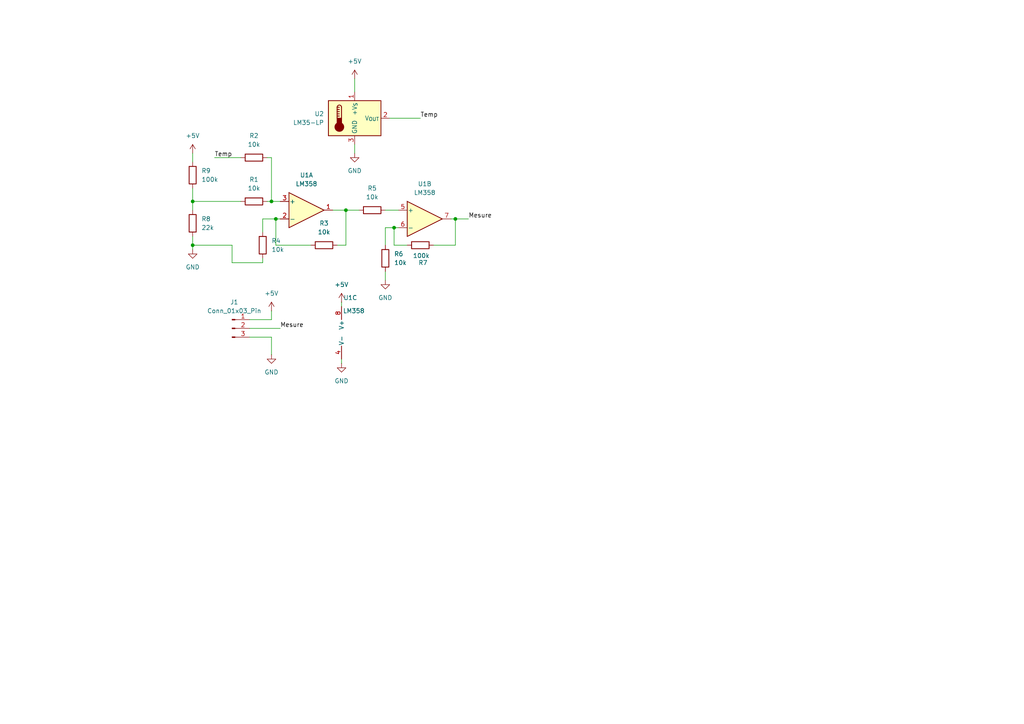
<source format=kicad_sch>
(kicad_sch
	(version 20231120)
	(generator "eeschema")
	(generator_version "8.0")
	(uuid "03cbccdc-f6c5-40f5-b0a0-bcde6449acf8")
	(paper "A4")
	(lib_symbols
		(symbol "Amplifier_Operational:LM358"
			(pin_names
				(offset 0.127)
			)
			(exclude_from_sim no)
			(in_bom yes)
			(on_board yes)
			(property "Reference" "U"
				(at 0 5.08 0)
				(effects
					(font
						(size 1.27 1.27)
					)
					(justify left)
				)
			)
			(property "Value" "LM358"
				(at 0 -5.08 0)
				(effects
					(font
						(size 1.27 1.27)
					)
					(justify left)
				)
			)
			(property "Footprint" ""
				(at 0 0 0)
				(effects
					(font
						(size 1.27 1.27)
					)
					(hide yes)
				)
			)
			(property "Datasheet" "http://www.ti.com/lit/ds/symlink/lm2904-n.pdf"
				(at 0 0 0)
				(effects
					(font
						(size 1.27 1.27)
					)
					(hide yes)
				)
			)
			(property "Description" "Low-Power, Dual Operational Amplifiers, DIP-8/SOIC-8/TO-99-8"
				(at 0 0 0)
				(effects
					(font
						(size 1.27 1.27)
					)
					(hide yes)
				)
			)
			(property "ki_locked" ""
				(at 0 0 0)
				(effects
					(font
						(size 1.27 1.27)
					)
				)
			)
			(property "ki_keywords" "dual opamp"
				(at 0 0 0)
				(effects
					(font
						(size 1.27 1.27)
					)
					(hide yes)
				)
			)
			(property "ki_fp_filters" "SOIC*3.9x4.9mm*P1.27mm* DIP*W7.62mm* TO*99* OnSemi*Micro8* TSSOP*3x3mm*P0.65mm* TSSOP*4.4x3mm*P0.65mm* MSOP*3x3mm*P0.65mm* SSOP*3.9x4.9mm*P0.635mm* LFCSP*2x2mm*P0.5mm* *SIP* SOIC*5.3x6.2mm*P1.27mm*"
				(at 0 0 0)
				(effects
					(font
						(size 1.27 1.27)
					)
					(hide yes)
				)
			)
			(symbol "LM358_1_1"
				(polyline
					(pts
						(xy -5.08 5.08) (xy 5.08 0) (xy -5.08 -5.08) (xy -5.08 5.08)
					)
					(stroke
						(width 0.254)
						(type default)
					)
					(fill
						(type background)
					)
				)
				(pin output line
					(at 7.62 0 180)
					(length 2.54)
					(name "~"
						(effects
							(font
								(size 1.27 1.27)
							)
						)
					)
					(number "1"
						(effects
							(font
								(size 1.27 1.27)
							)
						)
					)
				)
				(pin input line
					(at -7.62 -2.54 0)
					(length 2.54)
					(name "-"
						(effects
							(font
								(size 1.27 1.27)
							)
						)
					)
					(number "2"
						(effects
							(font
								(size 1.27 1.27)
							)
						)
					)
				)
				(pin input line
					(at -7.62 2.54 0)
					(length 2.54)
					(name "+"
						(effects
							(font
								(size 1.27 1.27)
							)
						)
					)
					(number "3"
						(effects
							(font
								(size 1.27 1.27)
							)
						)
					)
				)
			)
			(symbol "LM358_2_1"
				(polyline
					(pts
						(xy -5.08 5.08) (xy 5.08 0) (xy -5.08 -5.08) (xy -5.08 5.08)
					)
					(stroke
						(width 0.254)
						(type default)
					)
					(fill
						(type background)
					)
				)
				(pin input line
					(at -7.62 2.54 0)
					(length 2.54)
					(name "+"
						(effects
							(font
								(size 1.27 1.27)
							)
						)
					)
					(number "5"
						(effects
							(font
								(size 1.27 1.27)
							)
						)
					)
				)
				(pin input line
					(at -7.62 -2.54 0)
					(length 2.54)
					(name "-"
						(effects
							(font
								(size 1.27 1.27)
							)
						)
					)
					(number "6"
						(effects
							(font
								(size 1.27 1.27)
							)
						)
					)
				)
				(pin output line
					(at 7.62 0 180)
					(length 2.54)
					(name "~"
						(effects
							(font
								(size 1.27 1.27)
							)
						)
					)
					(number "7"
						(effects
							(font
								(size 1.27 1.27)
							)
						)
					)
				)
			)
			(symbol "LM358_3_1"
				(pin power_in line
					(at -2.54 -7.62 90)
					(length 3.81)
					(name "V-"
						(effects
							(font
								(size 1.27 1.27)
							)
						)
					)
					(number "4"
						(effects
							(font
								(size 1.27 1.27)
							)
						)
					)
				)
				(pin power_in line
					(at -2.54 7.62 270)
					(length 3.81)
					(name "V+"
						(effects
							(font
								(size 1.27 1.27)
							)
						)
					)
					(number "8"
						(effects
							(font
								(size 1.27 1.27)
							)
						)
					)
				)
			)
		)
		(symbol "Connector:Conn_01x03_Pin"
			(pin_names
				(offset 1.016) hide)
			(exclude_from_sim no)
			(in_bom yes)
			(on_board yes)
			(property "Reference" "J"
				(at 0 5.08 0)
				(effects
					(font
						(size 1.27 1.27)
					)
				)
			)
			(property "Value" "Conn_01x03_Pin"
				(at 0 -5.08 0)
				(effects
					(font
						(size 1.27 1.27)
					)
				)
			)
			(property "Footprint" ""
				(at 0 0 0)
				(effects
					(font
						(size 1.27 1.27)
					)
					(hide yes)
				)
			)
			(property "Datasheet" "~"
				(at 0 0 0)
				(effects
					(font
						(size 1.27 1.27)
					)
					(hide yes)
				)
			)
			(property "Description" "Generic connector, single row, 01x03, script generated"
				(at 0 0 0)
				(effects
					(font
						(size 1.27 1.27)
					)
					(hide yes)
				)
			)
			(property "ki_locked" ""
				(at 0 0 0)
				(effects
					(font
						(size 1.27 1.27)
					)
				)
			)
			(property "ki_keywords" "connector"
				(at 0 0 0)
				(effects
					(font
						(size 1.27 1.27)
					)
					(hide yes)
				)
			)
			(property "ki_fp_filters" "Connector*:*_1x??_*"
				(at 0 0 0)
				(effects
					(font
						(size 1.27 1.27)
					)
					(hide yes)
				)
			)
			(symbol "Conn_01x03_Pin_1_1"
				(polyline
					(pts
						(xy 1.27 -2.54) (xy 0.8636 -2.54)
					)
					(stroke
						(width 0.1524)
						(type default)
					)
					(fill
						(type none)
					)
				)
				(polyline
					(pts
						(xy 1.27 0) (xy 0.8636 0)
					)
					(stroke
						(width 0.1524)
						(type default)
					)
					(fill
						(type none)
					)
				)
				(polyline
					(pts
						(xy 1.27 2.54) (xy 0.8636 2.54)
					)
					(stroke
						(width 0.1524)
						(type default)
					)
					(fill
						(type none)
					)
				)
				(rectangle
					(start 0.8636 -2.413)
					(end 0 -2.667)
					(stroke
						(width 0.1524)
						(type default)
					)
					(fill
						(type outline)
					)
				)
				(rectangle
					(start 0.8636 0.127)
					(end 0 -0.127)
					(stroke
						(width 0.1524)
						(type default)
					)
					(fill
						(type outline)
					)
				)
				(rectangle
					(start 0.8636 2.667)
					(end 0 2.413)
					(stroke
						(width 0.1524)
						(type default)
					)
					(fill
						(type outline)
					)
				)
				(pin passive line
					(at 5.08 2.54 180)
					(length 3.81)
					(name "Pin_1"
						(effects
							(font
								(size 1.27 1.27)
							)
						)
					)
					(number "1"
						(effects
							(font
								(size 1.27 1.27)
							)
						)
					)
				)
				(pin passive line
					(at 5.08 0 180)
					(length 3.81)
					(name "Pin_2"
						(effects
							(font
								(size 1.27 1.27)
							)
						)
					)
					(number "2"
						(effects
							(font
								(size 1.27 1.27)
							)
						)
					)
				)
				(pin passive line
					(at 5.08 -2.54 180)
					(length 3.81)
					(name "Pin_3"
						(effects
							(font
								(size 1.27 1.27)
							)
						)
					)
					(number "3"
						(effects
							(font
								(size 1.27 1.27)
							)
						)
					)
				)
			)
		)
		(symbol "Device:R"
			(pin_numbers hide)
			(pin_names
				(offset 0)
			)
			(exclude_from_sim no)
			(in_bom yes)
			(on_board yes)
			(property "Reference" "R"
				(at 2.032 0 90)
				(effects
					(font
						(size 1.27 1.27)
					)
				)
			)
			(property "Value" "R"
				(at 0 0 90)
				(effects
					(font
						(size 1.27 1.27)
					)
				)
			)
			(property "Footprint" ""
				(at -1.778 0 90)
				(effects
					(font
						(size 1.27 1.27)
					)
					(hide yes)
				)
			)
			(property "Datasheet" "~"
				(at 0 0 0)
				(effects
					(font
						(size 1.27 1.27)
					)
					(hide yes)
				)
			)
			(property "Description" "Resistor"
				(at 0 0 0)
				(effects
					(font
						(size 1.27 1.27)
					)
					(hide yes)
				)
			)
			(property "ki_keywords" "R res resistor"
				(at 0 0 0)
				(effects
					(font
						(size 1.27 1.27)
					)
					(hide yes)
				)
			)
			(property "ki_fp_filters" "R_*"
				(at 0 0 0)
				(effects
					(font
						(size 1.27 1.27)
					)
					(hide yes)
				)
			)
			(symbol "R_0_1"
				(rectangle
					(start -1.016 -2.54)
					(end 1.016 2.54)
					(stroke
						(width 0.254)
						(type default)
					)
					(fill
						(type none)
					)
				)
			)
			(symbol "R_1_1"
				(pin passive line
					(at 0 3.81 270)
					(length 1.27)
					(name "~"
						(effects
							(font
								(size 1.27 1.27)
							)
						)
					)
					(number "1"
						(effects
							(font
								(size 1.27 1.27)
							)
						)
					)
				)
				(pin passive line
					(at 0 -3.81 90)
					(length 1.27)
					(name "~"
						(effects
							(font
								(size 1.27 1.27)
							)
						)
					)
					(number "2"
						(effects
							(font
								(size 1.27 1.27)
							)
						)
					)
				)
			)
		)
		(symbol "Sensor_Temperature:LM35-LP"
			(exclude_from_sim no)
			(in_bom yes)
			(on_board yes)
			(property "Reference" "U"
				(at -6.35 6.35 0)
				(effects
					(font
						(size 1.27 1.27)
					)
				)
			)
			(property "Value" "LM35-LP"
				(at 1.27 6.35 0)
				(effects
					(font
						(size 1.27 1.27)
					)
					(justify left)
				)
			)
			(property "Footprint" "Package_TO_SOT_THT:TO-92_Inline"
				(at 1.27 -6.35 0)
				(effects
					(font
						(size 1.27 1.27)
					)
					(justify left)
					(hide yes)
				)
			)
			(property "Datasheet" "http://www.ti.com/lit/ds/symlink/lm35.pdf"
				(at 0 0 0)
				(effects
					(font
						(size 1.27 1.27)
					)
					(hide yes)
				)
			)
			(property "Description" "Precision centigrade temperature sensor, TO-92"
				(at 0 0 0)
				(effects
					(font
						(size 1.27 1.27)
					)
					(hide yes)
				)
			)
			(property "ki_keywords" "temperature sensor thermistor"
				(at 0 0 0)
				(effects
					(font
						(size 1.27 1.27)
					)
					(hide yes)
				)
			)
			(property "ki_fp_filters" "TO?92*"
				(at 0 0 0)
				(effects
					(font
						(size 1.27 1.27)
					)
					(hide yes)
				)
			)
			(symbol "LM35-LP_0_1"
				(rectangle
					(start -7.62 5.08)
					(end 7.62 -5.08)
					(stroke
						(width 0.254)
						(type default)
					)
					(fill
						(type background)
					)
				)
				(circle
					(center -4.445 -2.54)
					(radius 1.27)
					(stroke
						(width 0.254)
						(type default)
					)
					(fill
						(type outline)
					)
				)
				(rectangle
					(start -3.81 -1.905)
					(end -5.08 0)
					(stroke
						(width 0.254)
						(type default)
					)
					(fill
						(type outline)
					)
				)
				(arc
					(start -3.81 3.175)
					(mid -4.445 3.8073)
					(end -5.08 3.175)
					(stroke
						(width 0.254)
						(type default)
					)
					(fill
						(type none)
					)
				)
				(polyline
					(pts
						(xy -5.08 0.635) (xy -4.445 0.635)
					)
					(stroke
						(width 0.254)
						(type default)
					)
					(fill
						(type none)
					)
				)
				(polyline
					(pts
						(xy -5.08 1.27) (xy -4.445 1.27)
					)
					(stroke
						(width 0.254)
						(type default)
					)
					(fill
						(type none)
					)
				)
				(polyline
					(pts
						(xy -5.08 1.905) (xy -4.445 1.905)
					)
					(stroke
						(width 0.254)
						(type default)
					)
					(fill
						(type none)
					)
				)
				(polyline
					(pts
						(xy -5.08 2.54) (xy -4.445 2.54)
					)
					(stroke
						(width 0.254)
						(type default)
					)
					(fill
						(type none)
					)
				)
				(polyline
					(pts
						(xy -5.08 3.175) (xy -5.08 0)
					)
					(stroke
						(width 0.254)
						(type default)
					)
					(fill
						(type none)
					)
				)
				(polyline
					(pts
						(xy -5.08 3.175) (xy -4.445 3.175)
					)
					(stroke
						(width 0.254)
						(type default)
					)
					(fill
						(type none)
					)
				)
				(polyline
					(pts
						(xy -3.81 3.175) (xy -3.81 0)
					)
					(stroke
						(width 0.254)
						(type default)
					)
					(fill
						(type none)
					)
				)
			)
			(symbol "LM35-LP_1_1"
				(pin power_in line
					(at 0 7.62 270)
					(length 2.54)
					(name "+V_{S}"
						(effects
							(font
								(size 1.27 1.27)
							)
						)
					)
					(number "1"
						(effects
							(font
								(size 1.27 1.27)
							)
						)
					)
				)
				(pin output line
					(at 10.16 0 180)
					(length 2.54)
					(name "V_{OUT}"
						(effects
							(font
								(size 1.27 1.27)
							)
						)
					)
					(number "2"
						(effects
							(font
								(size 1.27 1.27)
							)
						)
					)
				)
				(pin power_in line
					(at 0 -7.62 90)
					(length 2.54)
					(name "GND"
						(effects
							(font
								(size 1.27 1.27)
							)
						)
					)
					(number "3"
						(effects
							(font
								(size 1.27 1.27)
							)
						)
					)
				)
			)
		)
		(symbol "power:+5V"
			(power)
			(pin_numbers hide)
			(pin_names
				(offset 0) hide)
			(exclude_from_sim no)
			(in_bom yes)
			(on_board yes)
			(property "Reference" "#PWR"
				(at 0 -3.81 0)
				(effects
					(font
						(size 1.27 1.27)
					)
					(hide yes)
				)
			)
			(property "Value" "+5V"
				(at 0 3.556 0)
				(effects
					(font
						(size 1.27 1.27)
					)
				)
			)
			(property "Footprint" ""
				(at 0 0 0)
				(effects
					(font
						(size 1.27 1.27)
					)
					(hide yes)
				)
			)
			(property "Datasheet" ""
				(at 0 0 0)
				(effects
					(font
						(size 1.27 1.27)
					)
					(hide yes)
				)
			)
			(property "Description" "Power symbol creates a global label with name \"+5V\""
				(at 0 0 0)
				(effects
					(font
						(size 1.27 1.27)
					)
					(hide yes)
				)
			)
			(property "ki_keywords" "global power"
				(at 0 0 0)
				(effects
					(font
						(size 1.27 1.27)
					)
					(hide yes)
				)
			)
			(symbol "+5V_0_1"
				(polyline
					(pts
						(xy -0.762 1.27) (xy 0 2.54)
					)
					(stroke
						(width 0)
						(type default)
					)
					(fill
						(type none)
					)
				)
				(polyline
					(pts
						(xy 0 0) (xy 0 2.54)
					)
					(stroke
						(width 0)
						(type default)
					)
					(fill
						(type none)
					)
				)
				(polyline
					(pts
						(xy 0 2.54) (xy 0.762 1.27)
					)
					(stroke
						(width 0)
						(type default)
					)
					(fill
						(type none)
					)
				)
			)
			(symbol "+5V_1_1"
				(pin power_in line
					(at 0 0 90)
					(length 0)
					(name "~"
						(effects
							(font
								(size 1.27 1.27)
							)
						)
					)
					(number "1"
						(effects
							(font
								(size 1.27 1.27)
							)
						)
					)
				)
			)
		)
		(symbol "power:GND"
			(power)
			(pin_numbers hide)
			(pin_names
				(offset 0) hide)
			(exclude_from_sim no)
			(in_bom yes)
			(on_board yes)
			(property "Reference" "#PWR"
				(at 0 -6.35 0)
				(effects
					(font
						(size 1.27 1.27)
					)
					(hide yes)
				)
			)
			(property "Value" "GND"
				(at 0 -3.81 0)
				(effects
					(font
						(size 1.27 1.27)
					)
				)
			)
			(property "Footprint" ""
				(at 0 0 0)
				(effects
					(font
						(size 1.27 1.27)
					)
					(hide yes)
				)
			)
			(property "Datasheet" ""
				(at 0 0 0)
				(effects
					(font
						(size 1.27 1.27)
					)
					(hide yes)
				)
			)
			(property "Description" "Power symbol creates a global label with name \"GND\" , ground"
				(at 0 0 0)
				(effects
					(font
						(size 1.27 1.27)
					)
					(hide yes)
				)
			)
			(property "ki_keywords" "global power"
				(at 0 0 0)
				(effects
					(font
						(size 1.27 1.27)
					)
					(hide yes)
				)
			)
			(symbol "GND_0_1"
				(polyline
					(pts
						(xy 0 0) (xy 0 -1.27) (xy 1.27 -1.27) (xy 0 -2.54) (xy -1.27 -1.27) (xy 0 -1.27)
					)
					(stroke
						(width 0)
						(type default)
					)
					(fill
						(type none)
					)
				)
			)
			(symbol "GND_1_1"
				(pin power_in line
					(at 0 0 270)
					(length 0)
					(name "~"
						(effects
							(font
								(size 1.27 1.27)
							)
						)
					)
					(number "1"
						(effects
							(font
								(size 1.27 1.27)
							)
						)
					)
				)
			)
		)
	)
	(junction
		(at 78.74 58.42)
		(diameter 0)
		(color 0 0 0 0)
		(uuid "1e28275f-d401-4dab-a75a-ca9672ac4d66")
	)
	(junction
		(at 80.01 63.5)
		(diameter 0)
		(color 0 0 0 0)
		(uuid "2562635c-69b7-4b47-b193-aa8dcdd69142")
	)
	(junction
		(at 55.88 58.42)
		(diameter 0)
		(color 0 0 0 0)
		(uuid "450b2436-1f4d-4d6f-83f0-11ff7da0e4b3")
	)
	(junction
		(at 55.88 71.12)
		(diameter 0)
		(color 0 0 0 0)
		(uuid "48fe6f10-927f-424b-b9f5-11576ddd368d")
	)
	(junction
		(at 100.33 60.96)
		(diameter 0)
		(color 0 0 0 0)
		(uuid "7dd57195-9fb3-49cf-931f-9cc4fe09d1d0")
	)
	(junction
		(at 114.3 66.04)
		(diameter 0)
		(color 0 0 0 0)
		(uuid "a1be9385-3758-4292-97d8-658dfce90fc6")
	)
	(junction
		(at 132.08 63.5)
		(diameter 0)
		(color 0 0 0 0)
		(uuid "b359356d-8f6d-4a3d-8690-a252e938ed74")
	)
	(wire
		(pts
			(xy 111.76 71.12) (xy 111.76 66.04)
		)
		(stroke
			(width 0)
			(type default)
		)
		(uuid "00697452-b4f9-4f80-926c-849dcac04ee8")
	)
	(wire
		(pts
			(xy 111.76 66.04) (xy 114.3 66.04)
		)
		(stroke
			(width 0)
			(type default)
		)
		(uuid "096b5426-f500-497b-b963-c9c93dd11a99")
	)
	(wire
		(pts
			(xy 114.3 66.04) (xy 115.57 66.04)
		)
		(stroke
			(width 0)
			(type default)
		)
		(uuid "15efb9ec-1ae0-4b6f-a00a-db64b4da4c14")
	)
	(wire
		(pts
			(xy 77.47 58.42) (xy 78.74 58.42)
		)
		(stroke
			(width 0)
			(type default)
		)
		(uuid "1761011f-a7cc-4b11-a94c-fa200efdc2e4")
	)
	(wire
		(pts
			(xy 78.74 58.42) (xy 81.28 58.42)
		)
		(stroke
			(width 0)
			(type default)
		)
		(uuid "17b3fabd-b0eb-4415-adc4-4b0f0bc5b824")
	)
	(wire
		(pts
			(xy 72.39 92.71) (xy 78.74 92.71)
		)
		(stroke
			(width 0)
			(type default)
		)
		(uuid "1d7f013f-394a-4b8e-a58d-92301e03dcdf")
	)
	(wire
		(pts
			(xy 78.74 92.71) (xy 78.74 90.17)
		)
		(stroke
			(width 0)
			(type default)
		)
		(uuid "22e93f84-5077-415d-a37d-e476a6f7f2b4")
	)
	(wire
		(pts
			(xy 55.88 54.61) (xy 55.88 58.42)
		)
		(stroke
			(width 0)
			(type default)
		)
		(uuid "257377fe-2199-4c80-93f8-060f4a6fee10")
	)
	(wire
		(pts
			(xy 76.2 76.2) (xy 76.2 74.93)
		)
		(stroke
			(width 0)
			(type default)
		)
		(uuid "261ea970-86a4-41fb-841a-b045d5df68c9")
	)
	(wire
		(pts
			(xy 76.2 67.31) (xy 76.2 63.5)
		)
		(stroke
			(width 0)
			(type default)
		)
		(uuid "2a8b89cb-287f-4be8-aa8e-8fb9f9e4d130")
	)
	(wire
		(pts
			(xy 80.01 63.5) (xy 81.28 63.5)
		)
		(stroke
			(width 0)
			(type default)
		)
		(uuid "2af370b9-bf6d-4cf1-8b25-2a3e415d3b3d")
	)
	(wire
		(pts
			(xy 102.87 41.91) (xy 102.87 44.45)
		)
		(stroke
			(width 0)
			(type default)
		)
		(uuid "2fe2f937-976a-45c5-8cf4-95a97a254b68")
	)
	(wire
		(pts
			(xy 132.08 71.12) (xy 132.08 63.5)
		)
		(stroke
			(width 0)
			(type default)
		)
		(uuid "34900ca8-58ce-49e3-9f94-94f5ac3304ef")
	)
	(wire
		(pts
			(xy 77.47 45.72) (xy 78.74 45.72)
		)
		(stroke
			(width 0)
			(type default)
		)
		(uuid "34afdd89-88f4-439b-8367-0c987cc032f1")
	)
	(wire
		(pts
			(xy 80.01 71.12) (xy 80.01 63.5)
		)
		(stroke
			(width 0)
			(type default)
		)
		(uuid "403eca06-c02e-4157-9836-4787458eaa6a")
	)
	(wire
		(pts
			(xy 125.73 71.12) (xy 132.08 71.12)
		)
		(stroke
			(width 0)
			(type default)
		)
		(uuid "4373fd61-e7bf-4b53-8446-f07f3ecef641")
	)
	(wire
		(pts
			(xy 130.81 63.5) (xy 132.08 63.5)
		)
		(stroke
			(width 0)
			(type default)
		)
		(uuid "45ff81dc-6a4d-479e-a377-ceebc7d9c3a4")
	)
	(wire
		(pts
			(xy 67.31 71.12) (xy 67.31 76.2)
		)
		(stroke
			(width 0)
			(type default)
		)
		(uuid "4b2e9aad-e353-4706-90fe-0a297f209124")
	)
	(wire
		(pts
			(xy 76.2 63.5) (xy 80.01 63.5)
		)
		(stroke
			(width 0)
			(type default)
		)
		(uuid "6c2482a1-a577-450e-abe5-8a233425098b")
	)
	(wire
		(pts
			(xy 67.31 76.2) (xy 76.2 76.2)
		)
		(stroke
			(width 0)
			(type default)
		)
		(uuid "70dfd6a4-c57a-4a69-8a2b-131c68dacc6c")
	)
	(wire
		(pts
			(xy 72.39 95.25) (xy 81.28 95.25)
		)
		(stroke
			(width 0)
			(type default)
		)
		(uuid "756d63f9-1227-4c68-95db-6b48a56052f4")
	)
	(wire
		(pts
			(xy 62.23 45.72) (xy 69.85 45.72)
		)
		(stroke
			(width 0)
			(type default)
		)
		(uuid "7b4ae13e-494e-435b-8cbe-ea309446ba56")
	)
	(wire
		(pts
			(xy 97.79 71.12) (xy 100.33 71.12)
		)
		(stroke
			(width 0)
			(type default)
		)
		(uuid "7f79a501-a8b0-49a2-9451-532e12cece03")
	)
	(wire
		(pts
			(xy 111.76 78.74) (xy 111.76 81.28)
		)
		(stroke
			(width 0)
			(type default)
		)
		(uuid "7fa64459-da06-492b-8b09-8388932b5ce5")
	)
	(wire
		(pts
			(xy 113.03 34.29) (xy 121.92 34.29)
		)
		(stroke
			(width 0)
			(type default)
		)
		(uuid "8039e410-b24e-4471-ba19-001ec4d04671")
	)
	(wire
		(pts
			(xy 55.88 58.42) (xy 55.88 60.96)
		)
		(stroke
			(width 0)
			(type default)
		)
		(uuid "8a3ef33c-7121-4308-ac11-715cc50c3b97")
	)
	(wire
		(pts
			(xy 132.08 63.5) (xy 135.89 63.5)
		)
		(stroke
			(width 0)
			(type default)
		)
		(uuid "8aef8404-725f-41ae-ac2a-226b4847c0f7")
	)
	(wire
		(pts
			(xy 72.39 97.79) (xy 78.74 97.79)
		)
		(stroke
			(width 0)
			(type default)
		)
		(uuid "8bd5f5e1-7479-4534-8b1e-ecdb3986c07a")
	)
	(wire
		(pts
			(xy 55.88 71.12) (xy 55.88 72.39)
		)
		(stroke
			(width 0)
			(type default)
		)
		(uuid "9646b820-8604-4fa2-8785-9e95b891ce1a")
	)
	(wire
		(pts
			(xy 100.33 71.12) (xy 100.33 60.96)
		)
		(stroke
			(width 0)
			(type default)
		)
		(uuid "9676fa04-2d82-4fba-9737-c69a72139a1a")
	)
	(wire
		(pts
			(xy 96.52 60.96) (xy 100.33 60.96)
		)
		(stroke
			(width 0)
			(type default)
		)
		(uuid "9ea1e554-6c8b-4b3a-8a96-ba4164fb492a")
	)
	(wire
		(pts
			(xy 55.88 68.58) (xy 55.88 71.12)
		)
		(stroke
			(width 0)
			(type default)
		)
		(uuid "9f73cb59-f582-4b52-a548-962f8d656264")
	)
	(wire
		(pts
			(xy 90.17 71.12) (xy 80.01 71.12)
		)
		(stroke
			(width 0)
			(type default)
		)
		(uuid "af6c0c4d-b937-4472-ad51-dd7ef698416f")
	)
	(wire
		(pts
			(xy 118.11 71.12) (xy 114.3 71.12)
		)
		(stroke
			(width 0)
			(type default)
		)
		(uuid "ba6a7a61-adc7-4e6b-b1c4-ea004b5504f9")
	)
	(wire
		(pts
			(xy 111.76 60.96) (xy 115.57 60.96)
		)
		(stroke
			(width 0)
			(type default)
		)
		(uuid "bd2e845c-31a5-4dd5-b456-e5e8d0850214")
	)
	(wire
		(pts
			(xy 99.06 87.63) (xy 99.06 88.9)
		)
		(stroke
			(width 0)
			(type default)
		)
		(uuid "c04a0963-dc92-4579-8ce6-ebfca1d3c8dc")
	)
	(wire
		(pts
			(xy 55.88 58.42) (xy 69.85 58.42)
		)
		(stroke
			(width 0)
			(type default)
		)
		(uuid "d24b1d82-a5d0-48f6-b261-b87ac5b49df8")
	)
	(wire
		(pts
			(xy 78.74 97.79) (xy 78.74 102.87)
		)
		(stroke
			(width 0)
			(type default)
		)
		(uuid "d840c372-c62e-4e55-9a9f-14b322ce7c5b")
	)
	(wire
		(pts
			(xy 114.3 71.12) (xy 114.3 66.04)
		)
		(stroke
			(width 0)
			(type default)
		)
		(uuid "e88d4213-0cae-4bfc-a7e0-f8f3a3341a6f")
	)
	(wire
		(pts
			(xy 78.74 45.72) (xy 78.74 58.42)
		)
		(stroke
			(width 0)
			(type default)
		)
		(uuid "eeac00ac-b258-40ab-a0c8-8585acc0b414")
	)
	(wire
		(pts
			(xy 102.87 22.86) (xy 102.87 26.67)
		)
		(stroke
			(width 0)
			(type default)
		)
		(uuid "f24102b1-cea8-42fd-996c-c33b77175911")
	)
	(wire
		(pts
			(xy 55.88 44.45) (xy 55.88 46.99)
		)
		(stroke
			(width 0)
			(type default)
		)
		(uuid "f282dba5-4ec7-4c51-8acd-381f3553dfcc")
	)
	(wire
		(pts
			(xy 99.06 105.41) (xy 99.06 104.14)
		)
		(stroke
			(width 0)
			(type default)
		)
		(uuid "f9ca28e9-e6c0-4f65-af4d-12e0df119cf0")
	)
	(wire
		(pts
			(xy 55.88 71.12) (xy 67.31 71.12)
		)
		(stroke
			(width 0)
			(type default)
		)
		(uuid "fe7a28ac-ebdb-427e-b578-5054f8fc08a9")
	)
	(wire
		(pts
			(xy 100.33 60.96) (xy 104.14 60.96)
		)
		(stroke
			(width 0)
			(type default)
		)
		(uuid "ff8a18ea-6cb8-4395-a3c8-2e05bf4b40a0")
	)
	(label "Mesure"
		(at 135.89 63.5 0)
		(fields_autoplaced yes)
		(effects
			(font
				(size 1.27 1.27)
			)
			(justify left bottom)
		)
		(uuid "2cdefd57-6313-4ab7-a294-02d5dd0844af")
	)
	(label "Temp"
		(at 62.23 45.72 0)
		(fields_autoplaced yes)
		(effects
			(font
				(size 1.27 1.27)
			)
			(justify left bottom)
		)
		(uuid "60aa22ec-5c75-4c2c-9821-2b10423be285")
	)
	(label "Temp"
		(at 121.92 34.29 0)
		(fields_autoplaced yes)
		(effects
			(font
				(size 1.27 1.27)
			)
			(justify left bottom)
		)
		(uuid "72b7f481-4185-4a86-99eb-de23ad73b789")
	)
	(label "Mesure"
		(at 81.28 95.25 0)
		(fields_autoplaced yes)
		(effects
			(font
				(size 1.27 1.27)
			)
			(justify left bottom)
		)
		(uuid "98f29a66-d67f-41a3-b891-88f6f1963296")
	)
	(symbol
		(lib_id "Device:R")
		(at 73.66 45.72 90)
		(unit 1)
		(exclude_from_sim no)
		(in_bom yes)
		(on_board yes)
		(dnp no)
		(fields_autoplaced yes)
		(uuid "0c349d13-de8a-4a16-9314-b5e061184a19")
		(property "Reference" "R2"
			(at 73.66 39.37 90)
			(effects
				(font
					(size 1.27 1.27)
				)
			)
		)
		(property "Value" "10k"
			(at 73.66 41.91 90)
			(effects
				(font
					(size 1.27 1.27)
				)
			)
		)
		(property "Footprint" "Resistor_THT:R_Axial_DIN0207_L6.3mm_D2.5mm_P10.16mm_Horizontal"
			(at 73.66 47.498 90)
			(effects
				(font
					(size 1.27 1.27)
				)
				(hide yes)
			)
		)
		(property "Datasheet" "~"
			(at 73.66 45.72 0)
			(effects
				(font
					(size 1.27 1.27)
				)
				(hide yes)
			)
		)
		(property "Description" "Resistor"
			(at 73.66 45.72 0)
			(effects
				(font
					(size 1.27 1.27)
				)
				(hide yes)
			)
		)
		(pin "2"
			(uuid "cd2cbf63-f02b-4cd9-ac7b-43efccc464cf")
		)
		(pin "1"
			(uuid "80987eab-ca5e-4ee4-8e29-c2515a206f08")
		)
		(instances
			(project "temp_sensor"
				(path "/03cbccdc-f6c5-40f5-b0a0-bcde6449acf8"
					(reference "R2")
					(unit 1)
				)
			)
		)
	)
	(symbol
		(lib_id "Device:R")
		(at 93.98 71.12 90)
		(unit 1)
		(exclude_from_sim no)
		(in_bom yes)
		(on_board yes)
		(dnp no)
		(fields_autoplaced yes)
		(uuid "108584b4-d5cd-4562-8c17-986c171d76f4")
		(property "Reference" "R3"
			(at 93.98 64.77 90)
			(effects
				(font
					(size 1.27 1.27)
				)
			)
		)
		(property "Value" "10k"
			(at 93.98 67.31 90)
			(effects
				(font
					(size 1.27 1.27)
				)
			)
		)
		(property "Footprint" "Resistor_THT:R_Axial_DIN0207_L6.3mm_D2.5mm_P10.16mm_Horizontal"
			(at 93.98 72.898 90)
			(effects
				(font
					(size 1.27 1.27)
				)
				(hide yes)
			)
		)
		(property "Datasheet" "~"
			(at 93.98 71.12 0)
			(effects
				(font
					(size 1.27 1.27)
				)
				(hide yes)
			)
		)
		(property "Description" "Resistor"
			(at 93.98 71.12 0)
			(effects
				(font
					(size 1.27 1.27)
				)
				(hide yes)
			)
		)
		(pin "2"
			(uuid "4119a551-90b1-49ac-90e8-8955ac45609d")
		)
		(pin "1"
			(uuid "ac7dffb6-24bf-4efb-9ff7-65eba8598a0a")
		)
		(instances
			(project "temp_sensor"
				(path "/03cbccdc-f6c5-40f5-b0a0-bcde6449acf8"
					(reference "R3")
					(unit 1)
				)
			)
		)
	)
	(symbol
		(lib_id "Device:R")
		(at 73.66 58.42 90)
		(unit 1)
		(exclude_from_sim no)
		(in_bom yes)
		(on_board yes)
		(dnp no)
		(fields_autoplaced yes)
		(uuid "1f1c53ed-9b70-44b3-b68d-137f3392126a")
		(property "Reference" "R1"
			(at 73.66 52.07 90)
			(effects
				(font
					(size 1.27 1.27)
				)
			)
		)
		(property "Value" "10k"
			(at 73.66 54.61 90)
			(effects
				(font
					(size 1.27 1.27)
				)
			)
		)
		(property "Footprint" "Resistor_THT:R_Axial_DIN0207_L6.3mm_D2.5mm_P10.16mm_Horizontal"
			(at 73.66 60.198 90)
			(effects
				(font
					(size 1.27 1.27)
				)
				(hide yes)
			)
		)
		(property "Datasheet" "~"
			(at 73.66 58.42 0)
			(effects
				(font
					(size 1.27 1.27)
				)
				(hide yes)
			)
		)
		(property "Description" "Resistor"
			(at 73.66 58.42 0)
			(effects
				(font
					(size 1.27 1.27)
				)
				(hide yes)
			)
		)
		(pin "2"
			(uuid "0abe212c-a309-4114-848d-e19baba1e0bc")
		)
		(pin "1"
			(uuid "2822617f-eecd-4361-ba66-92880076e76b")
		)
		(instances
			(project ""
				(path "/03cbccdc-f6c5-40f5-b0a0-bcde6449acf8"
					(reference "R1")
					(unit 1)
				)
			)
		)
	)
	(symbol
		(lib_id "Amplifier_Operational:LM358")
		(at 101.6 96.52 0)
		(unit 3)
		(exclude_from_sim no)
		(in_bom yes)
		(on_board yes)
		(dnp no)
		(uuid "202d9a39-1e26-47ee-9835-77deeb6e0ac5")
		(property "Reference" "U1"
			(at 101.6 86.36 0)
			(effects
				(font
					(size 1.27 1.27)
				)
			)
		)
		(property "Value" "LM358"
			(at 102.616 90.17 0)
			(effects
				(font
					(size 1.27 1.27)
				)
			)
		)
		(property "Footprint" "Package_DIP:CERDIP-8_W7.62mm_SideBrazed_LongPads"
			(at 101.6 96.52 0)
			(effects
				(font
					(size 1.27 1.27)
				)
				(hide yes)
			)
		)
		(property "Datasheet" "http://www.ti.com/lit/ds/symlink/lm2904-n.pdf"
			(at 101.6 96.52 0)
			(effects
				(font
					(size 1.27 1.27)
				)
				(hide yes)
			)
		)
		(property "Description" "Low-Power, Dual Operational Amplifiers, DIP-8/SOIC-8/TO-99-8"
			(at 101.6 96.52 0)
			(effects
				(font
					(size 1.27 1.27)
				)
				(hide yes)
			)
		)
		(pin "2"
			(uuid "7268fcc8-66d8-4e66-a365-180d555d4a34")
		)
		(pin "8"
			(uuid "f9988582-7c80-48c5-b971-22f2c56b56c4")
		)
		(pin "5"
			(uuid "543ed7c4-8448-4c5f-be6a-9305dec4d94b")
		)
		(pin "4"
			(uuid "73d0bc28-66c1-4552-81a1-c3a96928fb47")
		)
		(pin "7"
			(uuid "0b8500fd-4369-4559-b6ea-37454505b449")
		)
		(pin "3"
			(uuid "fe5cb604-7949-4e8f-9940-ca3754ee50b9")
		)
		(pin "6"
			(uuid "d3b2c5e8-afdc-47c1-be08-2fc26b08fe24")
		)
		(pin "1"
			(uuid "4652a191-f219-4d89-8475-85015418a479")
		)
		(instances
			(project "temp_sensor"
				(path "/03cbccdc-f6c5-40f5-b0a0-bcde6449acf8"
					(reference "U1")
					(unit 3)
				)
			)
		)
	)
	(symbol
		(lib_id "Amplifier_Operational:LM358")
		(at 88.9 60.96 0)
		(unit 1)
		(exclude_from_sim no)
		(in_bom yes)
		(on_board yes)
		(dnp no)
		(fields_autoplaced yes)
		(uuid "28d48f06-fc2d-4bb2-847f-995c853ceceb")
		(property "Reference" "U1"
			(at 88.9 50.8 0)
			(effects
				(font
					(size 1.27 1.27)
				)
			)
		)
		(property "Value" "LM358"
			(at 88.9 53.34 0)
			(effects
				(font
					(size 1.27 1.27)
				)
			)
		)
		(property "Footprint" "Package_DIP:CERDIP-8_W7.62mm_SideBrazed_LongPads"
			(at 88.9 60.96 0)
			(effects
				(font
					(size 1.27 1.27)
				)
				(hide yes)
			)
		)
		(property "Datasheet" "http://www.ti.com/lit/ds/symlink/lm2904-n.pdf"
			(at 88.9 60.96 0)
			(effects
				(font
					(size 1.27 1.27)
				)
				(hide yes)
			)
		)
		(property "Description" "Low-Power, Dual Operational Amplifiers, DIP-8/SOIC-8/TO-99-8"
			(at 88.9 60.96 0)
			(effects
				(font
					(size 1.27 1.27)
				)
				(hide yes)
			)
		)
		(pin "2"
			(uuid "7268fcc8-66d8-4e66-a365-180d555d4a34")
		)
		(pin "8"
			(uuid "f9988582-7c80-48c5-b971-22f2c56b56c4")
		)
		(pin "5"
			(uuid "59c8b2a8-942d-4f58-bddc-8f3fe76c637e")
		)
		(pin "4"
			(uuid "73d0bc28-66c1-4552-81a1-c3a96928fb47")
		)
		(pin "7"
			(uuid "77a00990-8399-42e7-8516-685c1c803383")
		)
		(pin "3"
			(uuid "fe5cb604-7949-4e8f-9940-ca3754ee50b9")
		)
		(pin "6"
			(uuid "19a00ffb-0dbe-4340-891d-78b4f5f4dba7")
		)
		(pin "1"
			(uuid "4652a191-f219-4d89-8475-85015418a479")
		)
		(instances
			(project ""
				(path "/03cbccdc-f6c5-40f5-b0a0-bcde6449acf8"
					(reference "U1")
					(unit 1)
				)
			)
		)
	)
	(symbol
		(lib_id "Device:R")
		(at 111.76 74.93 180)
		(unit 1)
		(exclude_from_sim no)
		(in_bom yes)
		(on_board yes)
		(dnp no)
		(fields_autoplaced yes)
		(uuid "465e5e41-b785-4ae6-ae76-a92dc0c044d0")
		(property "Reference" "R6"
			(at 114.3 73.6599 0)
			(effects
				(font
					(size 1.27 1.27)
				)
				(justify right)
			)
		)
		(property "Value" "10k"
			(at 114.3 76.1999 0)
			(effects
				(font
					(size 1.27 1.27)
				)
				(justify right)
			)
		)
		(property "Footprint" "Resistor_THT:R_Axial_DIN0207_L6.3mm_D2.5mm_P10.16mm_Horizontal"
			(at 113.538 74.93 90)
			(effects
				(font
					(size 1.27 1.27)
				)
				(hide yes)
			)
		)
		(property "Datasheet" "~"
			(at 111.76 74.93 0)
			(effects
				(font
					(size 1.27 1.27)
				)
				(hide yes)
			)
		)
		(property "Description" "Resistor"
			(at 111.76 74.93 0)
			(effects
				(font
					(size 1.27 1.27)
				)
				(hide yes)
			)
		)
		(pin "2"
			(uuid "eacebc59-7eab-4ccd-bfe6-5c2a1e99e47e")
		)
		(pin "1"
			(uuid "437882d2-0b2d-4695-9954-ad1fcfe7d1f7")
		)
		(instances
			(project "temp_sensor"
				(path "/03cbccdc-f6c5-40f5-b0a0-bcde6449acf8"
					(reference "R6")
					(unit 1)
				)
			)
		)
	)
	(symbol
		(lib_id "Device:R")
		(at 76.2 71.12 180)
		(unit 1)
		(exclude_from_sim no)
		(in_bom yes)
		(on_board yes)
		(dnp no)
		(fields_autoplaced yes)
		(uuid "51ce2fc5-17a4-4c34-878d-20d6a0d988f4")
		(property "Reference" "R4"
			(at 78.74 69.8499 0)
			(effects
				(font
					(size 1.27 1.27)
				)
				(justify right)
			)
		)
		(property "Value" "10k"
			(at 78.74 72.3899 0)
			(effects
				(font
					(size 1.27 1.27)
				)
				(justify right)
			)
		)
		(property "Footprint" "Resistor_THT:R_Axial_DIN0207_L6.3mm_D2.5mm_P10.16mm_Horizontal"
			(at 77.978 71.12 90)
			(effects
				(font
					(size 1.27 1.27)
				)
				(hide yes)
			)
		)
		(property "Datasheet" "~"
			(at 76.2 71.12 0)
			(effects
				(font
					(size 1.27 1.27)
				)
				(hide yes)
			)
		)
		(property "Description" "Resistor"
			(at 76.2 71.12 0)
			(effects
				(font
					(size 1.27 1.27)
				)
				(hide yes)
			)
		)
		(pin "2"
			(uuid "a3637051-b171-4bfc-9b7c-16af7b4f9bf1")
		)
		(pin "1"
			(uuid "9639d531-8ac0-4024-8d0b-bb5663bbef15")
		)
		(instances
			(project "temp_sensor"
				(path "/03cbccdc-f6c5-40f5-b0a0-bcde6449acf8"
					(reference "R4")
					(unit 1)
				)
			)
		)
	)
	(symbol
		(lib_id "power:+5V")
		(at 102.87 22.86 0)
		(unit 1)
		(exclude_from_sim no)
		(in_bom yes)
		(on_board yes)
		(dnp no)
		(fields_autoplaced yes)
		(uuid "54bc139b-d79f-45d8-b63d-63d8c5cd786c")
		(property "Reference" "#PWR07"
			(at 102.87 26.67 0)
			(effects
				(font
					(size 1.27 1.27)
				)
				(hide yes)
			)
		)
		(property "Value" "+5V"
			(at 102.87 17.78 0)
			(effects
				(font
					(size 1.27 1.27)
				)
			)
		)
		(property "Footprint" ""
			(at 102.87 22.86 0)
			(effects
				(font
					(size 1.27 1.27)
				)
				(hide yes)
			)
		)
		(property "Datasheet" ""
			(at 102.87 22.86 0)
			(effects
				(font
					(size 1.27 1.27)
				)
				(hide yes)
			)
		)
		(property "Description" "Power symbol creates a global label with name \"+5V\""
			(at 102.87 22.86 0)
			(effects
				(font
					(size 1.27 1.27)
				)
				(hide yes)
			)
		)
		(pin "1"
			(uuid "6a93085f-2c28-4649-8e0a-13eb69cb25d5")
		)
		(instances
			(project "temp_sensor"
				(path "/03cbccdc-f6c5-40f5-b0a0-bcde6449acf8"
					(reference "#PWR07")
					(unit 1)
				)
			)
		)
	)
	(symbol
		(lib_id "Device:R")
		(at 107.95 60.96 90)
		(unit 1)
		(exclude_from_sim no)
		(in_bom yes)
		(on_board yes)
		(dnp no)
		(uuid "5bba6c5a-25b8-415e-aa61-b9d3a208a386")
		(property "Reference" "R5"
			(at 107.95 54.61 90)
			(effects
				(font
					(size 1.27 1.27)
				)
			)
		)
		(property "Value" "10k"
			(at 107.95 57.15 90)
			(effects
				(font
					(size 1.27 1.27)
				)
			)
		)
		(property "Footprint" "Resistor_THT:R_Axial_DIN0207_L6.3mm_D2.5mm_P10.16mm_Horizontal"
			(at 107.95 62.738 90)
			(effects
				(font
					(size 1.27 1.27)
				)
				(hide yes)
			)
		)
		(property "Datasheet" "~"
			(at 107.95 60.96 0)
			(effects
				(font
					(size 1.27 1.27)
				)
				(hide yes)
			)
		)
		(property "Description" "Resistor"
			(at 107.95 60.96 0)
			(effects
				(font
					(size 1.27 1.27)
				)
				(hide yes)
			)
		)
		(pin "2"
			(uuid "c7031d1a-b8d6-4452-96d8-895149989e59")
		)
		(pin "1"
			(uuid "ae706960-3543-4a84-ad26-1f0044a08633")
		)
		(instances
			(project "temp_sensor"
				(path "/03cbccdc-f6c5-40f5-b0a0-bcde6449acf8"
					(reference "R5")
					(unit 1)
				)
			)
		)
	)
	(symbol
		(lib_id "power:+5V")
		(at 99.06 87.63 0)
		(unit 1)
		(exclude_from_sim no)
		(in_bom yes)
		(on_board yes)
		(dnp no)
		(fields_autoplaced yes)
		(uuid "5fbed168-2d98-4532-b795-8953c4201001")
		(property "Reference" "#PWR09"
			(at 99.06 91.44 0)
			(effects
				(font
					(size 1.27 1.27)
				)
				(hide yes)
			)
		)
		(property "Value" "+5V"
			(at 99.06 82.55 0)
			(effects
				(font
					(size 1.27 1.27)
				)
			)
		)
		(property "Footprint" ""
			(at 99.06 87.63 0)
			(effects
				(font
					(size 1.27 1.27)
				)
				(hide yes)
			)
		)
		(property "Datasheet" ""
			(at 99.06 87.63 0)
			(effects
				(font
					(size 1.27 1.27)
				)
				(hide yes)
			)
		)
		(property "Description" "Power symbol creates a global label with name \"+5V\""
			(at 99.06 87.63 0)
			(effects
				(font
					(size 1.27 1.27)
				)
				(hide yes)
			)
		)
		(pin "1"
			(uuid "3b5f928a-15a5-4ed7-9932-706308165677")
		)
		(instances
			(project "temp_sensor"
				(path "/03cbccdc-f6c5-40f5-b0a0-bcde6449acf8"
					(reference "#PWR09")
					(unit 1)
				)
			)
		)
	)
	(symbol
		(lib_id "Device:R")
		(at 121.92 71.12 90)
		(unit 1)
		(exclude_from_sim no)
		(in_bom yes)
		(on_board yes)
		(dnp no)
		(uuid "60b214eb-c30e-4fa4-82da-2cf2b2e54dc0")
		(property "Reference" "R7"
			(at 122.682 76.2 90)
			(effects
				(font
					(size 1.27 1.27)
				)
			)
		)
		(property "Value" "100k"
			(at 122.174 74.168 90)
			(effects
				(font
					(size 1.27 1.27)
				)
			)
		)
		(property "Footprint" "Resistor_THT:R_Axial_DIN0207_L6.3mm_D2.5mm_P10.16mm_Horizontal"
			(at 121.92 72.898 90)
			(effects
				(font
					(size 1.27 1.27)
				)
				(hide yes)
			)
		)
		(property "Datasheet" "~"
			(at 121.92 71.12 0)
			(effects
				(font
					(size 1.27 1.27)
				)
				(hide yes)
			)
		)
		(property "Description" "Resistor"
			(at 121.92 71.12 0)
			(effects
				(font
					(size 1.27 1.27)
				)
				(hide yes)
			)
		)
		(pin "2"
			(uuid "d1069f28-4320-477d-9005-92fa749ff1cd")
		)
		(pin "1"
			(uuid "8b6038c6-889b-4d9b-b649-ffb40483f259")
		)
		(instances
			(project "temp_sensor"
				(path "/03cbccdc-f6c5-40f5-b0a0-bcde6449acf8"
					(reference "R7")
					(unit 1)
				)
			)
		)
	)
	(symbol
		(lib_id "power:+5V")
		(at 55.88 44.45 0)
		(unit 1)
		(exclude_from_sim no)
		(in_bom yes)
		(on_board yes)
		(dnp no)
		(fields_autoplaced yes)
		(uuid "656406cf-a5b6-455b-a4b0-e1a1fdaddfa8")
		(property "Reference" "#PWR04"
			(at 55.88 48.26 0)
			(effects
				(font
					(size 1.27 1.27)
				)
				(hide yes)
			)
		)
		(property "Value" "+5V"
			(at 55.88 39.37 0)
			(effects
				(font
					(size 1.27 1.27)
				)
			)
		)
		(property "Footprint" ""
			(at 55.88 44.45 0)
			(effects
				(font
					(size 1.27 1.27)
				)
				(hide yes)
			)
		)
		(property "Datasheet" ""
			(at 55.88 44.45 0)
			(effects
				(font
					(size 1.27 1.27)
				)
				(hide yes)
			)
		)
		(property "Description" "Power symbol creates a global label with name \"+5V\""
			(at 55.88 44.45 0)
			(effects
				(font
					(size 1.27 1.27)
				)
				(hide yes)
			)
		)
		(pin "1"
			(uuid "c1f5dcf6-788b-4968-96ed-babe77fe9ae1")
		)
		(instances
			(project "temp_sensor"
				(path "/03cbccdc-f6c5-40f5-b0a0-bcde6449acf8"
					(reference "#PWR04")
					(unit 1)
				)
			)
		)
	)
	(symbol
		(lib_id "power:GND")
		(at 78.74 102.87 0)
		(unit 1)
		(exclude_from_sim no)
		(in_bom yes)
		(on_board yes)
		(dnp no)
		(fields_autoplaced yes)
		(uuid "6bc44747-fece-49f2-a2ca-a63c7713a6c6")
		(property "Reference" "#PWR02"
			(at 78.74 109.22 0)
			(effects
				(font
					(size 1.27 1.27)
				)
				(hide yes)
			)
		)
		(property "Value" "GND"
			(at 78.74 107.95 0)
			(effects
				(font
					(size 1.27 1.27)
				)
			)
		)
		(property "Footprint" ""
			(at 78.74 102.87 0)
			(effects
				(font
					(size 1.27 1.27)
				)
				(hide yes)
			)
		)
		(property "Datasheet" ""
			(at 78.74 102.87 0)
			(effects
				(font
					(size 1.27 1.27)
				)
				(hide yes)
			)
		)
		(property "Description" "Power symbol creates a global label with name \"GND\" , ground"
			(at 78.74 102.87 0)
			(effects
				(font
					(size 1.27 1.27)
				)
				(hide yes)
			)
		)
		(pin "1"
			(uuid "7c710faf-8955-491e-ab1c-e6423325ad31")
		)
		(instances
			(project ""
				(path "/03cbccdc-f6c5-40f5-b0a0-bcde6449acf8"
					(reference "#PWR02")
					(unit 1)
				)
			)
		)
	)
	(symbol
		(lib_id "Device:R")
		(at 55.88 50.8 180)
		(unit 1)
		(exclude_from_sim no)
		(in_bom yes)
		(on_board yes)
		(dnp no)
		(fields_autoplaced yes)
		(uuid "8abbc2e2-bf33-492b-9ac1-4e8e0f21b30f")
		(property "Reference" "R9"
			(at 58.42 49.5299 0)
			(effects
				(font
					(size 1.27 1.27)
				)
				(justify right)
			)
		)
		(property "Value" "100k"
			(at 58.42 52.0699 0)
			(effects
				(font
					(size 1.27 1.27)
				)
				(justify right)
			)
		)
		(property "Footprint" "Resistor_THT:R_Axial_DIN0207_L6.3mm_D2.5mm_P10.16mm_Horizontal"
			(at 57.658 50.8 90)
			(effects
				(font
					(size 1.27 1.27)
				)
				(hide yes)
			)
		)
		(property "Datasheet" "~"
			(at 55.88 50.8 0)
			(effects
				(font
					(size 1.27 1.27)
				)
				(hide yes)
			)
		)
		(property "Description" "Resistor"
			(at 55.88 50.8 0)
			(effects
				(font
					(size 1.27 1.27)
				)
				(hide yes)
			)
		)
		(pin "2"
			(uuid "c208ab4b-94ca-48b5-9b1e-6ac7c0be2c58")
		)
		(pin "1"
			(uuid "34060eef-4845-49bf-abef-938523fb74e1")
		)
		(instances
			(project "temp_sensor"
				(path "/03cbccdc-f6c5-40f5-b0a0-bcde6449acf8"
					(reference "R9")
					(unit 1)
				)
			)
		)
	)
	(symbol
		(lib_id "Sensor_Temperature:LM35-LP")
		(at 102.87 34.29 0)
		(unit 1)
		(exclude_from_sim no)
		(in_bom yes)
		(on_board yes)
		(dnp no)
		(fields_autoplaced yes)
		(uuid "8ef0a066-dbbd-4b59-be7e-cb62f1936f33")
		(property "Reference" "U2"
			(at 93.98 33.0199 0)
			(effects
				(font
					(size 1.27 1.27)
				)
				(justify right)
			)
		)
		(property "Value" "LM35-LP"
			(at 93.98 35.5599 0)
			(effects
				(font
					(size 1.27 1.27)
				)
				(justify right)
			)
		)
		(property "Footprint" "Package_TO_SOT_THT:TO-92_Inline"
			(at 104.14 40.64 0)
			(effects
				(font
					(size 1.27 1.27)
				)
				(justify left)
				(hide yes)
			)
		)
		(property "Datasheet" "http://www.ti.com/lit/ds/symlink/lm35.pdf"
			(at 102.87 34.29 0)
			(effects
				(font
					(size 1.27 1.27)
				)
				(hide yes)
			)
		)
		(property "Description" "Precision centigrade temperature sensor, TO-92"
			(at 102.87 34.29 0)
			(effects
				(font
					(size 1.27 1.27)
				)
				(hide yes)
			)
		)
		(pin "3"
			(uuid "412edf17-4677-4916-8f44-a69cff17de2d")
		)
		(pin "2"
			(uuid "d22dfe21-637e-46de-b6de-df05001ff7f0")
		)
		(pin "1"
			(uuid "3960c039-6d24-402f-8980-cfa665a10aea")
		)
		(instances
			(project ""
				(path "/03cbccdc-f6c5-40f5-b0a0-bcde6449acf8"
					(reference "U2")
					(unit 1)
				)
			)
		)
	)
	(symbol
		(lib_id "power:+5V")
		(at 78.74 90.17 0)
		(unit 1)
		(exclude_from_sim no)
		(in_bom yes)
		(on_board yes)
		(dnp no)
		(fields_autoplaced yes)
		(uuid "a45f4d3b-65d1-481c-9e3a-3f0747fda921")
		(property "Reference" "#PWR01"
			(at 78.74 93.98 0)
			(effects
				(font
					(size 1.27 1.27)
				)
				(hide yes)
			)
		)
		(property "Value" "+5V"
			(at 78.74 85.09 0)
			(effects
				(font
					(size 1.27 1.27)
				)
			)
		)
		(property "Footprint" ""
			(at 78.74 90.17 0)
			(effects
				(font
					(size 1.27 1.27)
				)
				(hide yes)
			)
		)
		(property "Datasheet" ""
			(at 78.74 90.17 0)
			(effects
				(font
					(size 1.27 1.27)
				)
				(hide yes)
			)
		)
		(property "Description" "Power symbol creates a global label with name \"+5V\""
			(at 78.74 90.17 0)
			(effects
				(font
					(size 1.27 1.27)
				)
				(hide yes)
			)
		)
		(pin "1"
			(uuid "a1b48412-d8f0-4c82-8e0b-2451bc6aca03")
		)
		(instances
			(project ""
				(path "/03cbccdc-f6c5-40f5-b0a0-bcde6449acf8"
					(reference "#PWR01")
					(unit 1)
				)
			)
		)
	)
	(symbol
		(lib_id "Connector:Conn_01x03_Pin")
		(at 67.31 95.25 0)
		(unit 1)
		(exclude_from_sim no)
		(in_bom yes)
		(on_board yes)
		(dnp no)
		(fields_autoplaced yes)
		(uuid "ac0caadc-e5b1-416f-8e57-5b3f05b1849c")
		(property "Reference" "J1"
			(at 67.945 87.63 0)
			(effects
				(font
					(size 1.27 1.27)
				)
			)
		)
		(property "Value" "Conn_01x03_Pin"
			(at 67.945 90.17 0)
			(effects
				(font
					(size 1.27 1.27)
				)
			)
		)
		(property "Footprint" "Connector_Samtec_HPM_THT:Samtec_HPM-03-01-x-S_Straight_1x03_Pitch5.08mm"
			(at 67.31 95.25 0)
			(effects
				(font
					(size 1.27 1.27)
				)
				(hide yes)
			)
		)
		(property "Datasheet" "~"
			(at 67.31 95.25 0)
			(effects
				(font
					(size 1.27 1.27)
				)
				(hide yes)
			)
		)
		(property "Description" "Generic connector, single row, 01x03, script generated"
			(at 67.31 95.25 0)
			(effects
				(font
					(size 1.27 1.27)
				)
				(hide yes)
			)
		)
		(pin "3"
			(uuid "6556defe-fcd1-4330-8f05-486d3ac12a8a")
		)
		(pin "1"
			(uuid "3be5b32c-c7f2-416b-816b-dd453a878024")
		)
		(pin "2"
			(uuid "03b51832-dfb3-4820-a064-44e18137a9ac")
		)
		(instances
			(project ""
				(path "/03cbccdc-f6c5-40f5-b0a0-bcde6449acf8"
					(reference "J1")
					(unit 1)
				)
			)
		)
	)
	(symbol
		(lib_id "power:GND")
		(at 55.88 72.39 0)
		(unit 1)
		(exclude_from_sim no)
		(in_bom yes)
		(on_board yes)
		(dnp no)
		(fields_autoplaced yes)
		(uuid "b2038b6e-50a3-451a-91cc-40abcdf7a145")
		(property "Reference" "#PWR03"
			(at 55.88 78.74 0)
			(effects
				(font
					(size 1.27 1.27)
				)
				(hide yes)
			)
		)
		(property "Value" "GND"
			(at 55.88 77.47 0)
			(effects
				(font
					(size 1.27 1.27)
				)
			)
		)
		(property "Footprint" ""
			(at 55.88 72.39 0)
			(effects
				(font
					(size 1.27 1.27)
				)
				(hide yes)
			)
		)
		(property "Datasheet" ""
			(at 55.88 72.39 0)
			(effects
				(font
					(size 1.27 1.27)
				)
				(hide yes)
			)
		)
		(property "Description" "Power symbol creates a global label with name \"GND\" , ground"
			(at 55.88 72.39 0)
			(effects
				(font
					(size 1.27 1.27)
				)
				(hide yes)
			)
		)
		(pin "1"
			(uuid "d00d8a2f-3687-430d-8eb8-e6dba06cdb33")
		)
		(instances
			(project "temp_sensor"
				(path "/03cbccdc-f6c5-40f5-b0a0-bcde6449acf8"
					(reference "#PWR03")
					(unit 1)
				)
			)
		)
	)
	(symbol
		(lib_id "Amplifier_Operational:LM358")
		(at 123.19 63.5 0)
		(unit 2)
		(exclude_from_sim no)
		(in_bom yes)
		(on_board yes)
		(dnp no)
		(fields_autoplaced yes)
		(uuid "b7eba3d9-56db-499f-9fdf-43f58a856aa1")
		(property "Reference" "U1"
			(at 123.19 53.34 0)
			(effects
				(font
					(size 1.27 1.27)
				)
			)
		)
		(property "Value" "LM358"
			(at 123.19 55.88 0)
			(effects
				(font
					(size 1.27 1.27)
				)
			)
		)
		(property "Footprint" "Package_DIP:CERDIP-8_W7.62mm_SideBrazed_LongPads"
			(at 123.19 63.5 0)
			(effects
				(font
					(size 1.27 1.27)
				)
				(hide yes)
			)
		)
		(property "Datasheet" "http://www.ti.com/lit/ds/symlink/lm2904-n.pdf"
			(at 123.19 63.5 0)
			(effects
				(font
					(size 1.27 1.27)
				)
				(hide yes)
			)
		)
		(property "Description" "Low-Power, Dual Operational Amplifiers, DIP-8/SOIC-8/TO-99-8"
			(at 123.19 63.5 0)
			(effects
				(font
					(size 1.27 1.27)
				)
				(hide yes)
			)
		)
		(pin "2"
			(uuid "7268fcc8-66d8-4e66-a365-180d555d4a34")
		)
		(pin "8"
			(uuid "f9988582-7c80-48c5-b971-22f2c56b56c4")
		)
		(pin "5"
			(uuid "59c8b2a8-942d-4f58-bddc-8f3fe76c637e")
		)
		(pin "4"
			(uuid "73d0bc28-66c1-4552-81a1-c3a96928fb47")
		)
		(pin "7"
			(uuid "77a00990-8399-42e7-8516-685c1c803383")
		)
		(pin "3"
			(uuid "fe5cb604-7949-4e8f-9940-ca3754ee50b9")
		)
		(pin "6"
			(uuid "19a00ffb-0dbe-4340-891d-78b4f5f4dba7")
		)
		(pin "1"
			(uuid "4652a191-f219-4d89-8475-85015418a479")
		)
		(instances
			(project ""
				(path "/03cbccdc-f6c5-40f5-b0a0-bcde6449acf8"
					(reference "U1")
					(unit 2)
				)
			)
		)
	)
	(symbol
		(lib_id "power:GND")
		(at 99.06 105.41 0)
		(unit 1)
		(exclude_from_sim no)
		(in_bom yes)
		(on_board yes)
		(dnp no)
		(fields_autoplaced yes)
		(uuid "b87b811b-c46c-455f-9c9d-ab44f3f824bd")
		(property "Reference" "#PWR08"
			(at 99.06 111.76 0)
			(effects
				(font
					(size 1.27 1.27)
				)
				(hide yes)
			)
		)
		(property "Value" "GND"
			(at 99.06 110.49 0)
			(effects
				(font
					(size 1.27 1.27)
				)
			)
		)
		(property "Footprint" ""
			(at 99.06 105.41 0)
			(effects
				(font
					(size 1.27 1.27)
				)
				(hide yes)
			)
		)
		(property "Datasheet" ""
			(at 99.06 105.41 0)
			(effects
				(font
					(size 1.27 1.27)
				)
				(hide yes)
			)
		)
		(property "Description" "Power symbol creates a global label with name \"GND\" , ground"
			(at 99.06 105.41 0)
			(effects
				(font
					(size 1.27 1.27)
				)
				(hide yes)
			)
		)
		(pin "1"
			(uuid "7608f81f-ece7-4941-8cbd-ef557dd236f3")
		)
		(instances
			(project "temp_sensor"
				(path "/03cbccdc-f6c5-40f5-b0a0-bcde6449acf8"
					(reference "#PWR08")
					(unit 1)
				)
			)
		)
	)
	(symbol
		(lib_id "Device:R")
		(at 55.88 64.77 180)
		(unit 1)
		(exclude_from_sim no)
		(in_bom yes)
		(on_board yes)
		(dnp no)
		(fields_autoplaced yes)
		(uuid "d75a668e-6359-4b3f-a2c2-ada039e6d700")
		(property "Reference" "R8"
			(at 58.42 63.4999 0)
			(effects
				(font
					(size 1.27 1.27)
				)
				(justify right)
			)
		)
		(property "Value" "22k"
			(at 58.42 66.0399 0)
			(effects
				(font
					(size 1.27 1.27)
				)
				(justify right)
			)
		)
		(property "Footprint" "Resistor_THT:R_Axial_DIN0207_L6.3mm_D2.5mm_P10.16mm_Horizontal"
			(at 57.658 64.77 90)
			(effects
				(font
					(size 1.27 1.27)
				)
				(hide yes)
			)
		)
		(property "Datasheet" "~"
			(at 55.88 64.77 0)
			(effects
				(font
					(size 1.27 1.27)
				)
				(hide yes)
			)
		)
		(property "Description" "Resistor"
			(at 55.88 64.77 0)
			(effects
				(font
					(size 1.27 1.27)
				)
				(hide yes)
			)
		)
		(pin "2"
			(uuid "e3eceb35-b68f-41ab-b859-89cc3ffa3fc7")
		)
		(pin "1"
			(uuid "af18fe7b-8b85-4dfb-9585-62d8eda02a52")
		)
		(instances
			(project "temp_sensor"
				(path "/03cbccdc-f6c5-40f5-b0a0-bcde6449acf8"
					(reference "R8")
					(unit 1)
				)
			)
		)
	)
	(symbol
		(lib_id "power:GND")
		(at 111.76 81.28 0)
		(unit 1)
		(exclude_from_sim no)
		(in_bom yes)
		(on_board yes)
		(dnp no)
		(fields_autoplaced yes)
		(uuid "d90a239b-081a-49bd-a64d-cd1146732ed3")
		(property "Reference" "#PWR05"
			(at 111.76 87.63 0)
			(effects
				(font
					(size 1.27 1.27)
				)
				(hide yes)
			)
		)
		(property "Value" "GND"
			(at 111.76 86.36 0)
			(effects
				(font
					(size 1.27 1.27)
				)
			)
		)
		(property "Footprint" ""
			(at 111.76 81.28 0)
			(effects
				(font
					(size 1.27 1.27)
				)
				(hide yes)
			)
		)
		(property "Datasheet" ""
			(at 111.76 81.28 0)
			(effects
				(font
					(size 1.27 1.27)
				)
				(hide yes)
			)
		)
		(property "Description" "Power symbol creates a global label with name \"GND\" , ground"
			(at 111.76 81.28 0)
			(effects
				(font
					(size 1.27 1.27)
				)
				(hide yes)
			)
		)
		(pin "1"
			(uuid "ede33488-1866-473f-bae0-9634bad821f8")
		)
		(instances
			(project "temp_sensor"
				(path "/03cbccdc-f6c5-40f5-b0a0-bcde6449acf8"
					(reference "#PWR05")
					(unit 1)
				)
			)
		)
	)
	(symbol
		(lib_id "power:GND")
		(at 102.87 44.45 0)
		(unit 1)
		(exclude_from_sim no)
		(in_bom yes)
		(on_board yes)
		(dnp no)
		(fields_autoplaced yes)
		(uuid "df8c1927-f037-41dd-bdda-4837878be612")
		(property "Reference" "#PWR06"
			(at 102.87 50.8 0)
			(effects
				(font
					(size 1.27 1.27)
				)
				(hide yes)
			)
		)
		(property "Value" "GND"
			(at 102.87 49.53 0)
			(effects
				(font
					(size 1.27 1.27)
				)
			)
		)
		(property "Footprint" ""
			(at 102.87 44.45 0)
			(effects
				(font
					(size 1.27 1.27)
				)
				(hide yes)
			)
		)
		(property "Datasheet" ""
			(at 102.87 44.45 0)
			(effects
				(font
					(size 1.27 1.27)
				)
				(hide yes)
			)
		)
		(property "Description" "Power symbol creates a global label with name \"GND\" , ground"
			(at 102.87 44.45 0)
			(effects
				(font
					(size 1.27 1.27)
				)
				(hide yes)
			)
		)
		(pin "1"
			(uuid "5b2f10a7-7a63-43aa-bcde-66848892293d")
		)
		(instances
			(project "temp_sensor"
				(path "/03cbccdc-f6c5-40f5-b0a0-bcde6449acf8"
					(reference "#PWR06")
					(unit 1)
				)
			)
		)
	)
	(sheet_instances
		(path "/"
			(page "1")
		)
	)
)

</source>
